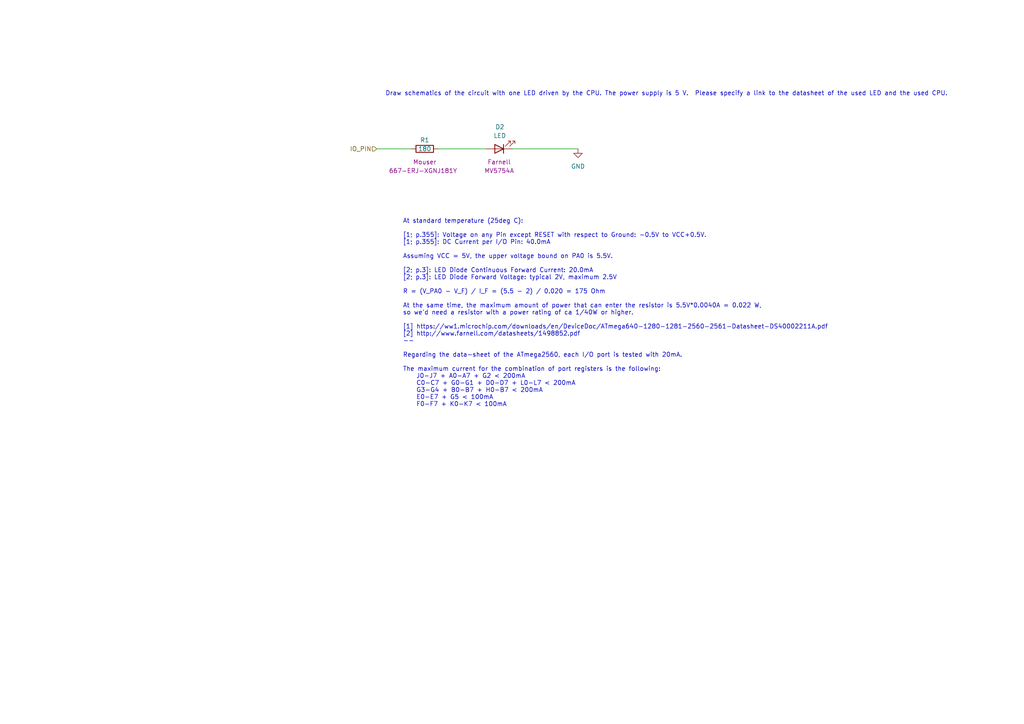
<source format=kicad_sch>
(kicad_sch (version 20210126) (generator eeschema)
  (paper "A4")
  (title_block (title "Basic Schematic 1"))
  (lib_symbols
    (symbol "Device:LED" (pin_numbers hide) (pin_names (offset 1.016) hide)
      (property "Reference" "D" (at 0 2.54 0))
      (property "Value" "LED" (at 0 -2.54 0))
      (symbol "LED_0_1"
        (polyline (pts (xy -1.27 -1.27) (xy -1.27 1.27)) (stroke (width 0.254)))
        (polyline (pts (xy -1.27 0) (xy 1.27 0)))
        (polyline (pts (xy 1.27 -1.27) (xy 1.27 1.27) (xy -1.27 0) (xy 1.27 -1.27)) (stroke (width 0.254)))
        (polyline (pts (xy -3.048 -0.762) (xy -4.572 -2.286) (xy -3.81 -2.286) (xy -4.572 -2.286) (xy -4.572 -1.524)))
        (polyline (pts (xy -1.778 -0.762) (xy -3.302 -2.286) (xy -2.54 -2.286) (xy -3.302 -2.286) (xy -3.302 -1.524)))
      )
      (symbol "LED_1_1"
        (pin passive line (at -3.81 0 0) (length 2.54) (name "K") (number "1"))
        (pin passive line (at 3.81 0 180) (length 2.54) (name "A") (number "2"))
      )
    )
    (symbol "Device:R" (pin_numbers hide) (pin_names (offset 0))
      (property "Reference" "R" (at 2.032 0 90))
      (property "Value" "R" (at 0 0 90))
      (symbol "R_0_1"
        (rectangle (start -1.016 -2.54) (end 1.016 2.54) (stroke (width 0.254)))
      )
      (symbol "R_1_1"
        (pin passive line (at 0 3.81 270) (length 1.27) (name "~") (number "1"))
        (pin passive line (at 0 -3.81 90) (length 1.27) (name "~") (number "2"))
      )
    )
    (symbol "power:GND" (power) (pin_names (offset 0))
      (property "Value" "GND" (at 0 -3.81 0))
      (symbol "GND_0_1"
        (polyline (pts (xy 0 0) (xy 0 -1.27) (xy 1.27 -1.27) (xy 0 -2.54) (xy -1.27 -1.27) (xy 0 -1.27)))
      )
      (symbol "GND_1_1"
        (pin power_in line (at 0 0 270) (length 0) hide (name "GND") (number "1"))
      )
    )
  )
  (wire (pts (xy 109.22 43.18) (xy 119.38 43.18)))
  (wire (pts (xy 127 43.18) (xy 140.97 43.18)))
  (wire (pts (xy 148.59 43.18) (xy 167.64 43.18)))
  (text "Draw schematics of the circuit with one LED driven by the CPU. The power supply is 5 V.  Please specify a link to the datasheet of the used LED and the used CPU." (at 111.76 27.94 0) (effects (font (size 1.27 1.27)) (justify left bottom)))
  (text "At standard temperature (25deg C):\n\n[1; p.355]: Voltage on any Pin except RESET with respect to Ground: -0.5V to VCC+0.5V.\n[1; p.355]: DC Current per I/O Pin: 40.0mA\n\nAssuming VCC = 5V, the upper voltage bound on PA0 is 5.5V.\n\n[2; p.3]: LED Diode Continuous Forward Current: 20.0mA\n[2; p.3]: LED Diode Forward Voltage: typical 2V, maximum 2.5V\n\nR = (V_PA0 - V_F) / I_F = (5.5 - 2) / 0.020 = 175 Ohm\n\nAt the same time, the maximum amount of power that can enter the resistor is 5.5V*0.0040A = 0.022 W,\nso we'd need a resistor with a power rating of ca 1/40W or higher.\n\n[1] https://ww1.microchip.com/downloads/en/DeviceDoc/ATmega640-1280-1281-2560-2561-Datasheet-DS40002211A.pdf\n[2] http://www.farnell.com/datasheets/1498852.pdf\n--\n\nRegarding the data-sheet of the ATmega2560, each I/O port is tested with 20mA.\n\nThe maximum current for the combination of port registers is the following:\n    J0-J7 + A0-A7 + G2 < 200mA\n    C0-C7 + G0-G1 + D0-D7 + L0-L7 < 200mA\n    G3-G4 + B0-B7 + H0-B7 < 200mA\n    E0-E7 + G5 < 100mA\n    F0-F7 + K0-K7 < 100mA\n" (at 116.84 118.11 0) (effects (font (size 1.27 1.27)) (justify left bottom)))
  (hierarchical_label "IO_PIN" (shape input) (at 109.22 43.18 180))
  (symbol (lib_id "power:GND") (at 167.64 43.18 0) (unit 1)
    (property "Reference" "#PWR02" (effects hide))
    (property "Value" "GND" (at 167.64 48.26 0))
  )
  (symbol (lib_id "Device:R") (at 123.19 43.18 90) (unit 1)
    (property "Reference" "R1" (at 123.19 40.64 90))
    (property "Value" "180" (at 123.19 43.18 90))
    (property "Datasheet" "https://cz.mouser.com/datasheet/2/315/AOA0000C301-1488782.pdf" (effects hide))
    (property "MouserNr" "667-ERJ-XGNJ181Y " (at 123.19 49.53 90))
    (property "Manufacturer" "Mouser" (at 123.19 46.99 90))
  )
  (symbol (lib_id "Device:LED") (at 144.78 43.18 180) (unit 1)
    (property "Reference" "D2" (at 144.9705 36.83 0))
    (property "Value" "LED" (at 144.9705 39.37 0))
    (property "Datasheet" "http://www.farnell.com/datasheets/1498852.pdf" (effects hide))
    (property "Manufacturer" "Farnell" (at 144.78 46.99 0))
    (property "Part" "MV5754A" (at 144.78 49.53 0))
  )
)
</source>
